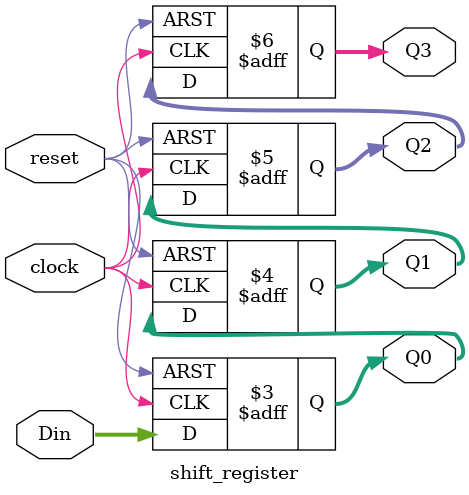
<source format=v>
module shift_register(
    input clock, reset,
    input [7:0] Din,
    output reg [7:0] Q0, Q1, Q2, Q3
);
    always @(posedge clock or negedge reset) 
    begin: SHIFT_REGISTER
        if(!reset) begin
            Q0 <= 8'd0;
            Q1 <= 8'd0;
            Q2 <= 8'd0;
            Q3 <= 8'd0;
        end
        else begin
            Q0 <= Din;
            Q1 <= Q0;
            Q2 <= Q1;
            Q3 <= Q2;
        end
        
                
    end
    

endmodule
</source>
